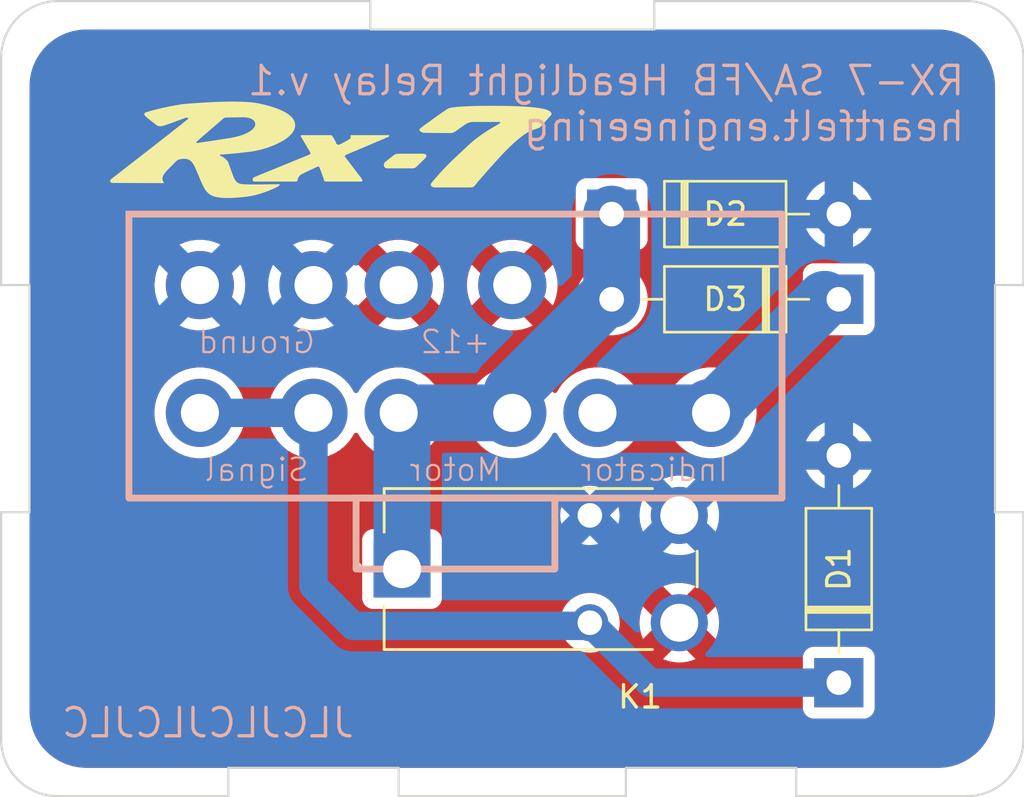
<source format=kicad_pcb>
(kicad_pcb (version 20221018) (generator pcbnew)
  (layers (0 "F.Cu" signal) (31 "B.Cu" signal) (34 "B.Paste" user) (35 "F.Paste" user) (36 "B.SilkS" user "B.Silkscreen") (37 "F.SilkS" user "F.Silkscreen") (38 "B.Mask" user) (39 "F.Mask" user) (44 "Edge.Cuts" user))
  (net 0 "")
  (net 1 "Indicator")
  (net 2 "Signal")
  (net 3 "+12")
  (net 4 "Ground")
  (net 5 "Output")
  (footprint "Diode_THT:D_DO-41_SOD81_P10.16mm_Horizontal" (layer "F.Cu") (at 131.445 95.885)
    (fp_text reference "D2" (at 5.08 0) (layer "F.SilkS"))
    (fp_text value "1N5819")
    (fp_line (start 1.34 0) (end 2.36 0) (stroke (width 0.12)) (layer "F.SilkS"))
    (fp_line (start 2.36 -1.47) (end 2.36 1.47) (stroke (width 0.12)) (layer "F.SilkS"))
    (fp_line (start 2.36 1.47) (end 7.8 1.47) (stroke (width 0.12)) (layer "F.SilkS"))
    (fp_line (start 3.14 -1.47) (end 3.14 1.47) (stroke (width 0.12)) (layer "F.SilkS"))
    (fp_line (start 3.26 -1.47) (end 3.26 1.47) (stroke (width 0.12)) (layer "F.SilkS"))
    (fp_line (start 3.38 -1.47) (end 3.38 1.47) (stroke (width 0.12)) (layer "F.SilkS"))
    (fp_line (start 7.8 -1.47) (end 2.36 -1.47) (stroke (width 0.12)) (layer "F.SilkS"))
    (fp_line (start 7.8 1.47) (end 7.8 -1.47) (stroke (width 0.12)) (layer "F.SilkS"))
    (fp_line (start 8.82 0) (end 7.8 0) (stroke (width 0.12)) (layer "F.SilkS"))
    (pad "1" thru_hole rect (at 0 0) (size 2.2 2.2) (drill 1.1) (layers "*.Cu" "*.Mask") (net 5 "Output"))
    (pad "2" thru_hole oval (at 10.16 0) (size 2.2 2.2) (drill 1.1) (layers "*.Cu" "*.Mask") (net 4 "Ground"))
  )
  (footprint "Diode_THT:D_DO-41_SOD81_P10.16mm_Horizontal" (layer "F.Cu") (at 141.605 116.84 90)
    (fp_text reference "D1" (at 5.08 0 90) (layer "F.SilkS"))
    (fp_text value "1N5819")
    (fp_line (start 1.34 0) (end 2.36 0) (stroke (width 0.12)) (layer "F.SilkS"))
    (fp_line (start 2.36 -1.47) (end 2.36 1.47) (stroke (width 0.12)) (layer "F.SilkS"))
    (fp_line (start 2.36 1.47) (end 7.8 1.47) (stroke (width 0.12)) (layer "F.SilkS"))
    (fp_line (start 3.14 -1.47) (end 3.14 1.47) (stroke (width 0.12)) (layer "F.SilkS"))
    (fp_line (start 3.26 -1.47) (end 3.26 1.47) (stroke (width 0.12)) (layer "F.SilkS"))
    (fp_line (start 3.38 -1.47) (end 3.38 1.47) (stroke (width 0.12)) (layer "F.SilkS"))
    (fp_line (start 7.8 -1.47) (end 2.36 -1.47) (stroke (width 0.12)) (layer "F.SilkS"))
    (fp_line (start 7.8 1.47) (end 7.8 -1.47) (stroke (width 0.12)) (layer "F.SilkS"))
    (fp_line (start 8.82 0) (end 7.8 0) (stroke (width 0.12)) (layer "F.SilkS"))
    (pad "1" thru_hole rect (at 0 0 90) (size 2.2 2.2) (drill 1.1) (layers "*.Cu" "*.Mask") (net 2 "Signal"))
    (pad "2" thru_hole oval (at 10.16 0 90) (size 2.2 2.2) (drill 1.1) (layers "*.Cu" "*.Mask") (net 4 "Ground"))
  )
  (footprint "Diode_THT:D_DO-41_SOD81_P10.16mm_Horizontal" (layer "F.Cu") (at 141.605 99.695 180)
    (fp_text reference "D3" (at 5.08 0) (layer "F.SilkS"))
    (fp_text value "1N5819")
    (fp_line (start 1.34 0) (end 2.36 0) (stroke (width 0.12)) (layer "F.SilkS"))
    (fp_line (start 2.36 -1.47) (end 2.36 1.47) (stroke (width 0.12)) (layer "F.SilkS"))
    (fp_line (start 2.36 1.47) (end 7.8 1.47) (stroke (width 0.12)) (layer "F.SilkS"))
    (fp_line (start 3.14 -1.47) (end 3.14 1.47) (stroke (width 0.12)) (layer "F.SilkS"))
    (fp_line (start 3.26 -1.47) (end 3.26 1.47) (stroke (width 0.12)) (layer "F.SilkS"))
    (fp_line (start 3.38 -1.47) (end 3.38 1.47) (stroke (width 0.12)) (layer "F.SilkS"))
    (fp_line (start 7.8 -1.47) (end 2.36 -1.47) (stroke (width 0.12)) (layer "F.SilkS"))
    (fp_line (start 7.8 1.47) (end 7.8 -1.47) (stroke (width 0.12)) (layer "F.SilkS"))
    (fp_line (start 8.82 0) (end 7.8 0) (stroke (width 0.12)) (layer "F.SilkS"))
    (pad "1" thru_hole rect (at 0 0 180) (size 2.2 2.2) (drill 1.1) (layers "*.Cu" "*.Mask") (net 1 "Indicator"))
    (pad "2" thru_hole oval (at 10.16 0 180) (size 2.2 2.2) (drill 1.1) (layers "*.Cu" "*.Mask") (net 5 "Output"))
  )
  (footprint "Heartfelt_Engineering_RX7_headlight_relay:RELAY_G8N-1L-DC12" (layer "F.Cu") (at 128.27 111.76 180)
    (fp_text reference "K1" (at -4.445 -5.715 180) (layer "F.SilkS"))
    (fp_text value "G8N-1L-DC12")
    (fp_line (start -7 -0.8) (end -7 0.8) (stroke (width 0.127)) (layer "F.SilkS"))
    (fp_line (start -5 -3.6) (end 7 -3.6) (stroke (width 0.127)) (layer "F.SilkS"))
    (fp_line (start 7 -3.6) (end 7 -1.65) (stroke (width 0.127)) (layer "F.SilkS"))
    (fp_line (start 7 1.65) (end 7 3.6) (stroke (width 0.127)) (layer "F.SilkS"))
    (fp_line (start 7 3.6) (end -5 3.6) (stroke (width 0.127)) (layer "F.SilkS"))
    (fp_circle (center 8.2 0.1) (end 8.3 0.1) (stroke (width 0.2)) (fill none) (layer "F.SilkS"))
    (pad "1" thru_hole rect (at 6.2 0 180) (size 2.55 2.55) (drill 1.7) (layers "*.Cu" "*.Mask") (net 5 "Output"))
    (pad "2" thru_hole circle (at -2.2 -2.4 180) (size 1.65 1.65) (drill 1.1) (layers "*.Cu" "*.Mask") (net 2 "Signal"))
    (pad "3" thru_hole circle (at -6.2 -2.4 180) (size 2.55 2.55) (drill 1.7) (layers "*.Cu" "*.Mask") (net 3 "+12"))
    (pad "4" thru_hole circle (at -6.2 2.4 180) (size 2.55 2.55) (drill 1.7) (layers "*.Cu" "*.Mask") (net 4 "Ground"))
    (pad "5" thru_hole circle (at -2.2 2.4 180) (size 1.65 1.65) (drill 1.1) (layers "*.Cu" "*.Mask") (net 4 "Ground"))
  )
  (footprint "Heartfelt_Engineering_RX7_headlight_relay:Molex_197054001" (layer "B.Cu") (at 124.46 99.06 180)
    (fp_text reference "+12" (at 0 -2.54 unlocked) (layer "B.SilkS") (effects (font (thickness 0.1)) (justify mirror)))
    (fp_text value "+12")
    (pad "1" thru_hole circle (at -2.54 0 180) (size 3.048 3.048) (drill 1.7018) (layers "*.Cu" "*.Mask") (net 3 "+12"))
    (pad "1" thru_hole circle (at 2.54 0 180) (size 3.048 3.048) (drill 1.7018) (layers "*.Cu" "*.Mask") (net 3 "+12"))
  )
  (footprint "Heartfelt_Engineering_RX7_headlight_relay:Molex_197054001" (layer "B.Cu") (at 133.35 104.775 180)
    (fp_text reference "Indicator" (at 0 -2.54 unlocked) (layer "B.SilkS") (effects (font (thickness 0.1)) (justify mirror)))
    (fp_text value "Ind")
    (pad "1" thru_hole circle (at -2.54 0 180) (size 3.048 3.048) (drill 1.7018) (layers "*.Cu" "*.Mask") (net 1 "Indicator"))
    (pad "1" thru_hole circle (at 2.54 0 180) (size 3.048 3.048) (drill 1.7018) (layers "*.Cu" "*.Mask") (net 1 "Indicator"))
  )
  (footprint "Heartfelt_Engineering_RX7_headlight_relay:Molex_197054001" (layer "B.Cu") (at 115.57 99.06 180)
    (fp_text reference "Ground" (at 0 -2.54 unlocked) (layer "B.SilkS") (effects (font (thickness 0.1)) (justify mirror)))
    (fp_text value "Ground")
    (pad "1" thru_hole circle (at -2.54 0 180) (size 3.048 3.048) (drill 1.7018) (layers "*.Cu" "*.Mask") (net 4 "Ground"))
    (pad "1" thru_hole circle (at 2.54 0 180) (size 3.048 3.048) (drill 1.7018) (layers "*.Cu" "*.Mask") (net 4 "Ground"))
  )
  (footprint "Heartfelt_Engineering_RX7_headlight_relay:Molex_197054001" (layer "B.Cu") (at 115.57 104.775 180)
    (fp_text reference "Signal" (at 0 -2.54 unlocked) (layer "B.SilkS") (effects (font (thickness 0.1)) (justify mirror)))
    (fp_text value "Signal")
    (pad "1" thru_hole circle (at -2.54 0 180) (size 3.048 3.048) (drill 1.7018) (layers "*.Cu" "*.Mask") (net 2 "Signal"))
    (pad "1" thru_hole circle (at 2.54 0 180) (size 3.048 3.048) (drill 1.7018) (layers "*.Cu" "*.Mask") (net 2 "Signal"))
  )
  (footprint "Heartfelt_Engineering_RX7_headlight_relay:Molex_197054001" (layer "B.Cu") (at 124.46 104.775 180)
    (fp_text reference "Motor" (at 0 -2.54 unlocked) (layer "B.SilkS") (effects (font (thickness 0.1)) (justify mirror)))
    (fp_text value "Motor")
    (pad "1" thru_hole circle (at -2.54 0 180) (size 3.048 3.048) (drill 1.7018) (layers "*.Cu" "*.Mask") (net 5 "Output"))
    (pad "1" thru_hole circle (at 2.54 0 180) (size 3.048 3.048) (drill 1.7018) (layers "*.Cu" "*.Mask") (net 5 "Output"))
  )
  (gr_rect (start 120.015 108.585) (end 128.905 111.76) (stroke (width 0.3048)) (fill none) (layer "B.SilkS"))
  (gr_rect (start 109.855 95.885) (end 139.065 108.585) (stroke (width 0.3048)) (fill none) (layer "B.SilkS"))
  (gr_poly (pts (xy 114.949827 90.861255) (xy 115.157423 90.872952) (xy 115.353434 90.890191) (xy 115.535235 90.913546) (xy 115.700202 90.943594) (xy 115.852959 90.978154) (xy 115.999685 91.014667) (xy 116.140087 91.053141) (xy 116.273868 91.093579) (xy 116.400735 91.13599) (xy 116.520394 91.180379) (xy 116.632549 91.226753) (xy 116.736906 91.275117) (xy 116.83317 91.325477) (xy 116.878176 91.351409) (xy 116.921048 91.377841) (xy 116.961749 91.404776) (xy 117.000243 91.432214) (xy 117.036493 91.460156) (xy 117.070463 91.488602) (xy 117.102114 91.517554) (xy 117.131411 91.547012) (xy 117.158317 91.576977) (xy 117.182795 91.60745) (xy 117.204807 91.638431) (xy 117.224318 91.669922) (xy 117.241291 91.701922) (xy 117.255687 91.734433) (xy 117.267516 91.767095) (xy 117.276809 91.799535) (xy 117.283645 91.831738) (xy 117.2881 91.863691) (xy 117.290252 91.895377) (xy 117.290177 91.926781) (xy 117.287954 91.957889) (xy 117.283659 91.988685) (xy 117.27737 92.019155) (xy 117.269163 92.049282) (xy 117.259116 92.079053) (xy 117.247307 92.108452) (xy 117.233812 92.137464) (xy 117.218708 92.166074) (xy 117.202074 92.194267) (xy 117.183986 92.222027) (xy 117.16452 92.24934) (xy 117.143756 92.276191) (xy 117.098638 92.328446) (xy 117.049248 92.37867) (xy 116.996206 92.426744) (xy 116.940128 92.472547) (xy 116.881632 92.515958) (xy 116.821336 92.556857) (xy 116.759858 92.595123) (xy 116.629218 92.668411) (xy 116.479115 92.743281) (xy 116.311221 92.817444) (xy 116.127207 92.888612) (xy 116.029677 92.922357) (xy 115.928744 92.954496) (xy 115.824616 92.984742) (xy 115.717504 93.012809) (xy 115.607614 93.038411) (xy 115.495157 93.061262) (xy 115.380341 93.081075) (xy 115.263375 93.097566) (xy 115.028909 93.125573) (xy 114.801661 93.15052) (xy 114.58803 93.172199) (xy 114.394417 93.190402) (xy 114.092842 93.21555) (xy 113.997679 93.222079) (xy 113.948132 93.224302) (xy 113.942332 93.224443) (xy 113.937221 93.224857) (xy 113.932776 93.225531) (xy 113.928974 93.22645) (xy 113.925792 93.227601) (xy 113.923208 93.228971) (xy 113.921197 93.230545) (xy 113.919738 93.23231) (xy 113.918808 93.234252) (xy 113.918384 93.236357) (xy 113.918443 93.238612) (xy 113.918961 93.241003) (xy 113.919917 93.243516) (xy 113.921287 93.246138) (xy 113.923049 93.248855) (xy 113.925179 93.251653) (xy 113.930454 93.257437) (xy 113.936928 93.263382) (xy 113.94442 93.269377) (xy 113.952745 93.275313) (xy 113.961722 93.281079) (xy 113.971167 93.286567) (xy 113.980897 93.291667) (xy 113.99073 93.296268) (xy 114.017152 93.309306) (xy 114.034769 93.319082) (xy 114.054721 93.330921) (xy 114.076557 93.34474) (xy 114.099825 93.36046) (xy 114.124074 93.377998) (xy 114.148851 93.397273) (xy 114.173706 93.418204) (xy 114.198187 93.440709) (xy 114.221842 93.464707) (xy 114.244221 93.490117) (xy 114.25479 93.503326) (xy 114.264871 93.516857) (xy 114.274406 93.5307) (xy 114.28334 93.544845) (xy 114.291617 93.559283) (xy 114.299179 93.574001) (xy 114.30597 93.588992) (xy 114.311934 93.604243) (xy 114.436949 93.957925) (xy 114.472714 94.055818) (xy 114.506973 94.145903) (xy 114.538068 94.222383) (xy 114.551913 94.25371) (xy 114.564346 94.27946) (xy 114.58814 94.324934) (xy 114.600762 94.347392) (xy 114.614257 94.36946) (xy 114.62892 94.390985) (xy 114.645043 94.411815) (xy 114.662921 94.431797) (xy 114.682846 94.450778) (xy 114.705112 94.468606) (xy 114.717215 94.477039) (xy 114.730013 94.485127) (xy 114.743542 94.492851) (xy 114.757841 94.50019) (xy 114.772945 94.507127) (xy 114.78889 94.513641) (xy 114.805714 94.519715) (xy 114.823454 94.525328) (xy 114.842146 94.530462) (xy 114.861826 94.535098) (xy 114.882531 94.539217) (xy 114.904299 94.542799) (xy 114.927165 94.545825) (xy 114.951167 94.548277) (xy 115.092795 94.554886) (xy 115.303687 94.557988) (xy 115.828029 94.556909) (xy 116.550308 94.548277) (xy 116.560444 94.548369) (xy 116.569831 94.548708) (xy 116.578339 94.549384) (xy 116.585841 94.550489) (xy 116.589173 94.55123) (xy 116.592206 94.552112) (xy 116.594922 94.553147) (xy 116.597305 94.554346) (xy 116.59934 94.555721) (xy 116.60101 94.557282) (xy 116.602299 94.559041) (xy 116.603192 94.56101) (xy 116.603671 94.5632) (xy 116.60372 94.565622) (xy 116.603325 94.568287) (xy 116.602468 94.571208) (xy 116.601133 94.574396) (xy 116.599304 94.577861) (xy 116.596965 94.581615) (xy 116.594101 94.58567) (xy 116.590694 94.590037) (xy 116.586728 94.594727) (xy 116.582189 94.599752) (xy 116.577058 94.605124) (xy 116.571321 94.610852) (xy 116.564961 94.61695) (xy 116.550308 94.630298) (xy 116.527187 94.647123) (xy 116.490533 94.668852) (xy 116.381173 94.724225) (xy 116.231332 94.790809) (xy 116.050113 94.862999) (xy 115.84662 94.935189) (xy 115.739365 94.969532) (xy 115.629955 95.001773) (xy 115.519528 95.031211) (xy 115.409222 95.057145) (xy 115.300175 95.078875) (xy 115.193525 95.0957) (xy 114.987061 95.121186) (xy 114.788547 95.140985) (xy 114.598863 95.154943) (xy 114.418891 95.162904) (xy 114.24951 95.164714) (xy 114.169067 95.163263) (xy 114.091601 95.160217) (xy 114.017224 95.155555) (xy 113.946045 95.149258) (xy 113.878175 95.141308) (xy 113.813723 95.131683) (xy 113.752993 95.119951) (xy 113.696075 95.105687) (xy 113.642755 95.088893) (xy 113.617378 95.079547) (xy 113.59282 95.069568) (xy 113.569056 95.058956) (xy 113.546057 95.047711) (xy 113.523799 95.035833) (xy 113.502253 95.023322) (xy 113.481394 95.010178) (xy 113.461195 94.996401) (xy 113.422668 94.966947) (xy 113.386462 94.93496) (xy 113.352361 94.900439) (xy 113.320153 94.863384) (xy 113.289624 94.823795) (xy 113.260563 94.781671) (xy 113.232755 94.737012) (xy 113.205987 94.689818) (xy 113.180046 94.640087) (xy 113.125435 94.525333) (xy 113.06587 94.391181) (xy 112.943111 94.101396) (xy 112.834244 93.844155) (xy 112.792042 93.750682) (xy 112.775228 93.716749) (xy 112.76174 93.692879) (xy 112.736367 93.652248) (xy 112.70595 93.606447) (xy 112.688319 93.582676) (xy 112.668792 93.558892) (xy 112.647155 93.535523) (xy 112.623197 93.512996) (xy 112.596706 93.491736) (xy 112.582444 93.481715) (xy 112.56747 93.472172) (xy 112.551756 93.463158) (xy 112.535276 93.454729) (xy 112.518004 93.446936) (xy 112.499913 93.439834) (xy 112.480977 93.433476) (xy 112.46117 93.427915) (xy 112.440464 93.423204) (xy 112.418833 93.419397) (xy 112.39625 93.416547) (xy 112.37269 93.414707) (xy 112.348126 93.413932) (xy 112.322531 93.414273) (xy 112.273189 93.416529) (xy 112.229247 93.419631) (xy 112.190115 93.423738) (xy 112.172168 93.426217) (xy 112.155203 93.429007) (xy 112.139144 93.432127) (xy 112.123919 93.435597) (xy 112.109454 93.439437) (xy 112.095675 93.443667) (xy 112.082508 93.448305) (xy 112.069879 93.453373) (xy 112.057715 93.45889) (xy 112.045942 93.464875) (xy 112.034486 93.471348) (xy 112.023273 93.47833) (xy 112.01223 93.485839) (xy 112.001282 93.493896) (xy 111.979378 93.511732) (xy 111.956972 93.531996) (xy 111.933473 93.554846) (xy 111.90829 93.58044) (xy 111.850514 93.640492) (xy 111.782708 93.709168) (xy 111.709549 93.781713) (xy 111.634741 93.856739) (xy 111.561986 93.932856) (xy 111.527535 93.97089) (xy 111.494986 94.008676) (xy 111.4648 94.04604) (xy 111.437442 94.082809) (xy 111.413373 94.118809) (xy 111.393057 94.153866) (xy 111.384451 94.170987) (xy 111.376956 94.187807) (xy 111.370631 94.204305) (xy 111.365533 94.220458) (xy 111.362396 94.23331) (xy 111.360009 94.2466) (xy 111.358339 94.260235) (xy 111.357356 94.274119) (xy 111.357026 94.288158) (xy 111.35732 94.302258) (xy 111.358203 94.316323) (xy 111.359646 94.33026) (xy 111.361616 94.343974) (xy 111.364081 94.35737) (xy 111.36701 94.370353) (xy 111.37037 94.38283) (xy 111.37413 94.394705) (xy 111.378259 94.405884) (xy 111.382724 94.416272) (xy 111.387494 94.425775) (xy 111.392569 94.434595) (xy 111.397811 94.44298) (xy 111.407821 94.458339) (xy 111.412103 94.465263) (xy 111.41558 94.471647) (xy 111.41694 94.474628) (xy 111.418008 94.477466) (xy 111.418753 94.480155) (xy 111.419144 94.482693) (xy 111.419152 94.485078) (xy 111.418746 94.487304) (xy 111.417895 94.48937) (xy 111.416569 94.491272) (xy 111.414738 94.493007) (xy 111.412372 94.494571) (xy 111.40944 94.495962) (xy 111.405911 94.497175) (xy 111.401756 94.498209) (xy 111.396943 94.499058) (xy 111.391443 94.499722) (xy 111.385225 94.500195) (xy 111.378259 94.500475) (xy 111.370515 94.500558) (xy 111.352568 94.500123) (xy 109.132714 94.491392) (xy 109.118886 94.491036) (xy 109.106057 94.489995) (xy 109.094204 94.488303) (xy 109.083303 94.485998) (xy 109.073329 94.483114) (xy 109.064256 94.479689) (xy 109.056062 94.475758) (xy 109.048722 94.471358) (xy 109.04221 94.466524) (xy 109.036503 94.461293) (xy 109.031576 94.455702) (xy 109.027405 94.449785) (xy 109.023964 94.443579) (xy 109.021231 94.437121) (xy 109.01918 94.430447) (xy 109.017786 94.423592) (xy 109.017026 94.416593) (xy 109.016874 94.409486) (xy 109.017307 94.402307) (xy 109.0183 94.395092) (xy 109.019829 94.387878) (xy 109.021868 94.3807) (xy 109.024394 94.373595) (xy 109.027381 94.366599) (xy 109.030807 94.359748) (xy 109.034645 94.353078) (xy 109.038872 94.346625) (xy 109.043464 94.340425) (xy 109.048395 94.334515) (xy 109.053641 94.32893) (xy 109.059178 94.323708) (xy 109.064981 94.318883) (xy 110.765094 92.995074) (xy 111.166571 92.681237) (xy 112.865314 92.681237) (xy 112.865324 92.68356) (xy 112.865623 92.685843) (xy 112.866245 92.688065) (xy 112.867225 92.690203) (xy 112.868598 92.692233) (xy 112.870399 92.694133) (xy 112.872663 92.69588) (xy 112.875425 92.697451) (xy 112.878719 92.698823) (xy 112.88258 92.699973) (xy 112.887044 92.700879) (xy 112.892144 92.701518) (xy 112.897917 92.701866) (xy 112.904397 92.701901) (xy 112.911619 92.7016) (xy 112.919617 92.70094) (xy 112.928427 92.699898) (xy 113.447672 92.624955) (xy 113.887699 92.558437) (xy 114.360617 92.483733) (xy 114.434529 92.471074) (xy 114.505157 92.457737) (xy 114.572576 92.443772) (xy 114.63686 92.429229) (xy 114.698084 92.414159) (xy 114.756323 92.398613) (xy 114.811653 92.38264) (xy 114.864148 92.366291) (xy 114.913883 92.349617) (xy 114.960932 92.332667) (xy 115.005372 92.315493) (xy 115.047277 92.298145) (xy 115.086722 92.280672) (xy 115.123781 92.263125) (xy 115.158531 92.245556) (xy 115.191045 92.228013) (xy 115.221398 92.210548) (xy 115.249666 92.193211) (xy 115.275924 92.176053) (xy 115.300247 92.159123) (xy 115.322708 92.142471) (xy 115.343385 92.12615) (xy 115.36235 92.110208) (xy 115.37968 92.094697) (xy 115.409732 92.065165) (xy 115.434141 92.03796) (xy 115.453506 92.013483) (xy 115.468427 91.992137) (xy 115.468428 91.992137) (xy 115.473268 91.984391) (xy 115.477768 91.976395) (xy 115.485737 91.959721) (xy 115.492324 91.94226) (xy 115.497515 91.924152) (xy 115.501299 91.90554) (xy 115.503662 91.886567) (xy 115.504593 91.867374) (xy 115.50408 91.848105) (xy 115.502109 91.8289) (xy 115.498668 91.809903) (xy 115.493746 91.791255) (xy 115.487328 91.7731) (xy 115.483556 91.764251) (xy 115.479404 91.755578) (xy 115.474873 91.747099) (xy 115.469961 91.738832) (xy 115.464666 91.730795) (xy 115.458986 91.723006) (xy 115.45292 91.715481) (xy 115.446467 91.708239) (xy 115.434069 91.695781) (xy 115.419733 91.682925) (xy 115.403371 91.669838) (xy 115.384894 91.656687) (xy 115.364212 91.643638) (xy 115.341236 91.630858) (xy 115.315878 91.618514) (xy 115.288048 91.606772) (xy 115.257656 91.595799) (xy 115.224615 91.585761) (xy 115.188834 91.576826) (xy 115.150225 91.56916) (xy 115.108698 91.562929) (xy 115.064164 91.5583) (xy 115.016534 91.555441) (xy 114.965719 91.554517) (xy 114.209804 91.566158) (xy 114.192159 91.56662) (xy 114.183902 91.567202) (xy 114.175986 91.56802) (xy 114.168383 91.569078) (xy 114.161064 91.570377) (xy 114.154003 91.571921) (xy 114.147172 91.573711) (xy 114.140544 91.575751) (xy 114.13409 91.578042) (xy 114.127783 91.580588) (xy 114.121596 91.58339) (xy 114.109469 91.589774) (xy 114.097489 91.597214) (xy 114.085434 91.60573) (xy 114.073084 91.615341) (xy 114.060218 91.626068) (xy 114.046615 91.637931) (xy 113.980411 91.697127) (xy 113.413541 92.185846) (xy 113.061546 92.491162) (xy 112.938035 92.600057) (xy 112.87604 92.6573) (xy 112.874254 92.659673) (xy 112.87244 92.662365) (xy 112.870384 92.665816) (xy 112.868366 92.669844) (xy 112.866664 92.674266) (xy 112.865557 92.678899) (xy 112.865314 92.681237) (xy 111.166571 92.681237) (xy 111.943577 92.073848) (xy 112.499537 91.631775) (xy 112.503374 91.626956) (xy 112.506328 91.622368) (xy 112.508438 91.618012) (xy 112.50974 91.613884) (xy 112.510273 91.609982) (xy 112.510076 91.606306) (xy 112.509185 91.602852) (xy 112.50764 91.59962) (xy 112.505477 91.596607) (xy 112.502736 91.593812) (xy 112.499453 91.591232) (xy 112.495668 91.588866) (xy 112.491417 91.586712) (xy 112.486739 91.584768) (xy 112.476254 91.581504) (xy 112.464516 91.579058) (xy 112.451829 91.577417) (xy 112.438498 91.576564) (xy 112.424825 91.576485) (xy 112.411116 91.577167) (xy 112.397672 91.578593) (xy 112.3848 91.580749) (xy 112.372802 91.583621) (xy 111.905448 91.757518) (xy 111.734016 91.820154) (xy 111.571548 91.877259) (xy 111.433445 91.922234) (xy 111.378342 91.938111) (xy 111.335106 91.948481) (xy 111.322462 91.95082) (xy 111.310127 91.952737) (xy 111.298102 91.95425) (xy 111.286385 91.955376) (xy 111.274978 91.956133) (xy 111.263878 91.956538) (xy 111.253086 91.956608) (xy 111.242601 91.956361) (xy 111.232423 91.955814) (xy 111.222552 91.954984) (xy 111.212987 91.953889) (xy 111.203728 91.952546) (xy 111.194774 91.950973) (xy 111.186125 91.949186) (xy 111.177781 91.947203) (xy 111.169741 91.945042) (xy 111.154573 91.940253) (xy 111.140617 91.934957) (xy 111.12787 91.929295) (xy 111.116329 91.923404) (xy 111.105991 91.917423) (xy 111.096853 91.91149) (xy 111.088912 91.905745) (xy 111.082164 91.900327) (xy 110.842915 91.712969) (xy 110.684421 91.586783) (xy 110.625691 91.537952) (xy 110.605234 91.5199) (xy 110.592156 91.507156) (xy 110.5834 91.497187) (xy 110.575261 91.48696) (xy 110.567851 91.476525) (xy 110.561278 91.465935) (xy 110.55834 91.460598) (xy 110.555653 91.455241) (xy 110.553229 91.449871) (xy 110.551084 91.444495) (xy 110.54923 91.439118) (xy 110.547682 91.433748) (xy 110.546453 91.42839) (xy 110.545556 91.423052) (xy 110.545006 91.417739) (xy 110.544816 91.412458) (xy 110.545001 91.407216) (xy 110.545572 91.402018) (xy 110.546545 91.396872) (xy 110.547933 91.391783) (xy 110.54975 91.386759) (xy 110.55201 91.381806) (xy 110.554725 91.376929) (xy 110.55791 91.372137) (xy 110.561579 91.367434) (xy 110.565746 91.362828) (xy 110.570423 91.358324) (xy 110.575625 91.35393) (xy 110.581366 91.349652) (xy 110.587658 91.345496) (xy 110.661735 91.317668) (xy 110.819363 91.271053) (xy 111.042519 91.211844) (xy 111.313179 91.146232) (xy 111.613319 91.080409) (xy 111.924916 91.020567) (xy 112.229946 90.972898) (xy 112.374366 90.955563) (xy 112.510386 90.943594) (xy 113.186941 90.89809) (xy 113.607937 90.875203) (xy 114.056081 90.858365) (xy 114.510377 90.852181)) (fill solid) (layer "F.SilkS"))
  (gr_poly (pts (xy 123.003186 93.184906) (xy 123.019225 93.18577) (xy 123.034414 93.187188) (xy 123.048753 93.189143) (xy 123.062242 93.191617) (xy 123.07488 93.194594) (xy 123.086667 93.198056) (xy 123.097604 93.201986) (xy 123.107689 93.206366) (xy 123.116923 93.21118) (xy 123.125306 93.216408) (xy 123.132836 93.222036) (xy 123.139515 93.228044) (xy 123.145342 93.234416) (xy 123.150317 93.241134) (xy 123.154439 93.248181) (xy 123.157709 93.255539) (xy 123.160125 93.263192) (xy 123.161689 93.271122) (xy 123.162399 93.279312) (xy 123.162256 93.287743) (xy 123.16126 93.2964) (xy 123.159409 93.305264) (xy 123.156705 93.314318) (xy 123.153146 93.323546) (xy 123.148733 93.332928) (xy 123.143465 93.342449) (xy 123.137343 93.352091) (xy 123.130365 93.361836) (xy 123.122533 93.371667) (xy 123.113845 93.381567) (xy 123.104301 93.391519) (xy 122.750288 93.735742) (xy 122.733304 93.752397) (xy 122.717412 93.767211) (xy 122.702373 93.78029) (xy 122.687946 93.791738) (xy 122.680888 93.796885) (xy 122.673892 93.801663) (xy 122.666929 93.806087) (xy 122.659969 93.81017) (xy 122.652982 93.813924) (xy 122.645938 93.817364) (xy 122.638806 93.820502) (xy 122.631557 93.823352) (xy 122.624161 93.825926) (xy 122.616588 93.828239) (xy 122.608807 93.830303) (xy 122.600789 93.832131) (xy 122.58392 93.835134) (xy 122.565742 93.837354) (xy 122.546013 93.838896) (xy 122.524494 93.839867) (xy 122.500943 93.840372) (xy 122.475122 93.840517) (xy 121.41335 93.840517) (xy 121.397778 93.839969) (xy 121.383013 93.838361) (xy 121.369055 93.835745) (xy 121.355902 93.832175) (xy 121.343555 93.827702) (xy 121.332015 93.82238) (xy 121.321281 93.816262) (xy 121.311353 93.809399) (xy 121.302231 93.801846) (xy 121.293915 93.793654) (xy 121.286405 93.784877) (xy 121.279702 93.775567) (xy 121.273805 93.765777) (xy 121.268713 93.75556) (xy 121.264428 93.744968) (xy 121.26095 93.734055) (xy 121.258277 93.722873) (xy 121.25641 93.711474) (xy 121.25535 93.699912) (xy 121.255096 93.688239) (xy 121.255647 93.676508) (xy 121.257006 93.664773) (xy 121.25917 93.653084) (xy 121.26214 93.641496) (xy 121.265917 93.630061) (xy 121.270499 93.618832) (xy 121.275888 93.607862) (xy 121.282083 93.597203) (xy 121.289084 93.586908) (xy 121.296891 93.57703) (xy 121.305505 93.567621) (xy 121.314924 93.558735) (xy 121.357009 93.522662) (xy 121.403555 93.484065) (xy 121.503274 93.403888) (xy 121.681901 93.263725) (xy 121.69877 93.250977) (xy 121.715099 93.239663) (xy 121.73112 93.2297) (xy 121.747063 93.221003) (xy 121.763158 93.213487) (xy 121.779635 93.207068) (xy 121.796724 93.201661) (xy 121.814656 93.197182) (xy 121.833661 93.193547) (xy 121.853969 93.19067) (xy 121.87581 93.188468) (xy 121.899414 93.186855) (xy 121.925012 93.185748) (xy 121.952834 93.185062) (xy 122.01607 93.184615) (xy 122.986297 93.184615)) (fill solid) (layer "F.SilkS"))
  (gr_poly (pts (xy 118.903605 92.353763) (xy 118.911002 92.356677) (xy 118.918785 92.36139) (xy 118.92692 92.367781) (xy 118.935367 92.375733) (xy 118.944089 92.385126) (xy 118.962213 92.407761) (xy 118.980992 92.434735) (xy 119.00013 92.465097) (xy 119.019327 92.497898) (xy 119.038285 92.532185) (xy 119.074295 92.601419) (xy 119.105775 92.665192) (xy 119.13034 92.7159) (xy 119.145607 92.745936) (xy 119.148177 92.750093) (xy 119.150975 92.753983) (xy 119.153997 92.757608) (xy 119.157238 92.760968) (xy 119.160696 92.764064) (xy 119.164367 92.766899) (xy 119.168248 92.769472) (xy 119.172333 92.771786) (xy 119.176621 92.773841) (xy 119.181107 92.775639) (xy 119.185788 92.777181) (xy 119.19066 92.778468) (xy 119.195719 92.779502) (xy 119.200961 92.780283) (xy 119.206384 92.780812) (xy 119.211984 92.781092) (xy 119.217756 92.781123) (xy 119.223698 92.780906) (xy 119.229805 92.780443) (xy 119.236074 92.779734) (xy 119.242501 92.778782) (xy 119.249084 92.777587) (xy 119.255817 92.77615) (xy 119.262697 92.774473) (xy 119.269722 92.772557) (xy 119.276886 92.770403) (xy 119.291621 92.765386) (xy 119.306873 92.759432) (xy 119.322613 92.75255) (xy 119.364032 92.732228) (xy 119.420501 92.702734) (xy 119.486184 92.667225) (xy 119.555248 92.628857) (xy 119.621856 92.590787) (xy 119.680172 92.556171) (xy 119.724363 92.528166) (xy 119.739337 92.517628) (xy 119.748592 92.509927) (xy 119.751529 92.506758) (xy 119.754195 92.503409) (xy 119.756602 92.499896) (xy 119.758762 92.496232) (xy 119.760687 92.49243) (xy 119.762387 92.488504) (xy 119.763875 92.484468) (xy 119.765162 92.480335) (xy 119.767181 92.471835) (xy 119.768536 92.463111) (xy 119.76932 92.454275) (xy 119.769627 92.445435) (xy 119.769549 92.4367) (xy 119.76918 92.42818) (xy 119.76794 92.412222) (xy 119.76665 92.398433) (xy 119.766219 92.392626) (xy 119.766055 92.38769) (xy 119.766112 92.385494) (xy 119.766284 92.383373) (xy 119.766571 92.381326) (xy 119.766973 92.379352) (xy 119.76749 92.377452) (xy 119.768122 92.375624) (xy 119.768868 92.373869) (xy 119.76973 92.372187) (xy 119.770707 92.370576) (xy 119.771799 92.369038) (xy 119.773006 92.367571) (xy 119.774329 92.366175) (xy 119.775766 92.36485) (xy 119.77732 92.363595) (xy 119.778988 92.362411) (xy 119.780772 92.361298) (xy 119.782672 92.360253) (xy 119.784687 92.359279) (xy 119.786817 92.358373) (xy 119.789064 92.357537) (xy 119.791426 92.356768) (xy 119.793903 92.356069) (xy 119.796497 92.355437) (xy 119.799206 92.354873) (xy 119.802032 92.354377) (xy 119.804973 92.353947) (xy 119.80803 92.353585) (xy 119.811203 92.353289) (xy 119.814493 92.353059) (xy 119.817898 92.352895) (xy 119.825058 92.352765) (xy 121.446159 92.352765) (xy 121.451759 92.352897) (xy 121.457094 92.353288) (xy 121.462154 92.353929) (xy 121.46693 92.354808) (xy 121.471411 92.355918) (xy 121.475588 92.357249) (xy 121.479453 92.35879) (xy 121.482994 92.360533) (xy 121.486202 92.362467) (xy 121.489069 92.364584) (xy 121.491584 92.366874) (xy 121.493737 92.369326) (xy 121.49552 92.371933) (xy 121.496922 92.374684) (xy 121.497934 92.377569) (xy 121.498546 92.380579) (xy 121.498749 92.383705) (xy 121.498534 92.386936) (xy 121.497889 92.390265) (xy 121.496807 92.39368) (xy 121.495277 92.397172) (xy 121.49329 92.400732) (xy 121.490836 92.40435) (xy 121.487905 92.408017) (xy 121.484489 92.411723) (xy 121.480577 92.415459) (xy 121.476159 92.419215) (xy 121.471227 92.422981) (xy 121.465771 92.426748) (xy 121.45978 92.430507) (xy 121.453246 92.434248) (xy 121.446159 92.437961) (xy 119.562855 93.237531) (xy 119.547388 93.24703) (xy 119.540428 93.251632) (xy 119.534069 93.256222) (xy 119.528376 93.260862) (xy 119.525798 93.263222) (xy 119.523411 93.265618) (xy 119.521222 93.268059) (xy 119.519239 93.270553) (xy 119.517471 93.273107) (xy 119.515925 93.27573) (xy 119.514609 93.27843) (xy 119.513531 93.281215) (xy 119.512699 93.284093) (xy 119.512122 93.287071) (xy 119.511807 93.290158) (xy 119.511761 93.293361) (xy 119.511995 93.29669) (xy 119.512514 93.300151) (xy 119.513327 93.303752) (xy 119.514443 93.307503) (xy 119.515869 93.31141) (xy 119.517613 93.315482) (xy 119.519683 93.319726) (xy 119.522087 93.324151) (xy 119.524834 93.328765) (xy 119.52793 93.333575) (xy 120.27088 94.303537) (xy 120.275117 94.311414) (xy 120.279467 94.320226) (xy 120.283736 94.329774) (xy 120.287734 94.33986) (xy 120.291269 94.350283) (xy 120.294148 94.360845) (xy 120.296179 94.371347) (xy 120.296818 94.376513) (xy 120.297172 94.381589) (xy 120.297219 94.386551) (xy 120.296934 94.391373) (xy 120.296293 94.39603) (xy 120.295273 94.400498) (xy 120.293849 94.404751) (xy 120.291998 94.408765) (xy 120.289694 94.412516) (xy 120.286915 94.415977) (xy 120.283637 94.419124) (xy 120.279835 94.421932) (xy 120.275486 94.424377) (xy 120.270565 94.426433) (xy 120.265048 94.428075) (xy 120.258912 94.429279) (xy 120.252133 94.43002) (xy 120.244686 94.430273) (xy 118.645544 94.430273) (xy 118.640339 94.430058) (xy 118.635383 94.429428) (xy 118.630671 94.428402) (xy 118.626193 94.427001) (xy 118.621945 94.425245) (xy 118.617917 94.423153) (xy 118.614103 94.420746) (xy 118.610495 94.418044) (xy 118.607087 94.415066) (xy 118.60387 94.411834) (xy 118.600839 94.408366) (xy 118.597984 94.404684) (xy 118.5953 94.400806) (xy 118.592779 94.396753) (xy 118.590413 94.392546) (xy 118.588196 94.388204) (xy 118.586119 94.383747) (xy 118.584177 94.379196) (xy 118.580664 94.369889) (xy 118.5776 94.360444) (xy 118.574925 94.351022) (xy 118.572582 94.341782) (xy 118.570513 94.332887) (xy 118.566963 94.316767) (xy 118.557851 94.287402) (xy 118.539112 94.233898) (xy 118.485042 94.085818) (xy 118.396571 93.84475) (xy 118.39312 93.834924) (xy 118.389325 93.825252) (xy 118.385203 93.815826) (xy 118.380771 93.806737) (xy 118.376043 93.798077) (xy 118.371038 93.789939) (xy 118.365771 93.782414) (xy 118.360257 93.775595) (xy 118.354515 93.769571) (xy 118.351563 93.766887) (xy 118.348559 93.764437) (xy 118.345506 93.762232) (xy 118.342406 93.760283) (xy 118.339261 93.758603) (xy 118.336073 93.757202) (xy 118.332844 93.756092) (xy 118.329575 93.755285) (xy 118.32627 93.754791) (xy 118.32293 93.754624) (xy 118.319557 93.754793) (xy 118.316152 93.755311) (xy 118.312719 93.756188) (xy 118.309259 93.757437) (xy 118.184438 93.813376) (xy 117.953626 93.920189) (xy 117.82879 93.979333) (xy 117.713835 94.035188) (xy 117.620888 94.082416) (xy 117.586458 94.101129) (xy 117.562076 94.115683) (xy 117.543835 94.128139) (xy 117.526803 94.140963) (xy 117.510961 94.154104) (xy 117.49629 94.167509) (xy 117.482771 94.181124) (xy 117.470384 94.194897) (xy 117.459111 94.208776) (xy 117.448934 94.222707) (xy 117.439832 94.236639) (xy 117.431787 94.250517) (xy 117.42478 94.264291) (xy 117.418792 94.277906) (xy 117.413804 94.29131) (xy 117.409796 94.304451) (xy 117.406751 94.317276) (xy 117.404649 94.329731) (xy 117.402946 94.34163) (xy 117.401062 94.352815) (xy 117.398919 94.363278) (xy 117.396442 94.373011) (xy 117.393555 94.382009) (xy 117.39018 94.390263) (xy 117.388286 94.394108) (xy 117.386241 94.397765) (xy 117.384037 94.401232) (xy 117.381663 94.404509) (xy 117.37911 94.407595) (xy 117.376368 94.410487) (xy 117.373429 94.413187) (xy 117.370281 94.415692) (xy 117.366917 94.418003) (xy 117.363325 94.420117) (xy 117.359498 94.422034) (xy 117.355424 94.423753) (xy 117.351095 94.425274) (xy 117.346501 94.426595) (xy 117.341632 94.427715) (xy 117.33648 94.428633) (xy 117.331034 94.429349) (xy 117.325284 94.429862) (xy 117.319223 94.43017) (xy 117.312838 94.430273) (xy 115.460226 94.430273) (xy 115.453698 94.429853) (xy 115.447237 94.42862) (xy 115.440884 94.426616) (xy 115.434682 94.423884) (xy 115.428669 94.420463) (xy 115.422889 94.416397) (xy 115.417381 94.411727) (xy 115.412188 94.406494) (xy 115.407349 94.40074) (xy 115.402907 94.394506) (xy 115.398902 94.387836) (xy 115.395374 94.380769) (xy 115.392367 94.373348) (xy 115.389919 94.365615) (xy 115.388074 94.35761) (xy 115.386871 94.349377) (xy 115.386351 94.340955) (xy 115.386556 94.332388) (xy 115.387527 94.323717) (xy 115.389305 94.314983) (xy 115.391932 94.306228) (xy 115.395447 94.297494) (xy 115.399892 94.288822) (xy 115.405309 94.280254) (xy 115.411737 94.271832) (xy 115.41922 94.263598) (xy 115.427797 94.255592) (xy 115.437509 94.247857) (xy 115.448398 94.240435) (xy 115.460505 94.233367) (xy 115.473871 94.226694) (xy 115.488536 94.220458) (xy 115.488404 94.220591) (xy 115.48827 94.220723) (xy 117.906826 93.230917) (xy 117.91757 93.225994) (xy 117.927622 93.221004) (xy 117.936906 93.215879) (xy 117.945344 93.210552) (xy 117.949222 93.207792) (xy 117.95286 93.204955) (xy 117.956248 93.202034) (xy 117.959377 93.199021) (xy 117.962236 93.195906) (xy 117.964817 93.192682) (xy 117.967109 93.18934) (xy 117.969103 93.185871) (xy 117.970789 93.182268) (xy 117.972158 93.178521) (xy 117.9732 93.174622) (xy 117.973905 93.170564) (xy 117.974264 93.166336) (xy 117.974267 93.161932) (xy 117.973905 93.157342) (xy 117.973167 93.152559) (xy 117.972044 93.147573) (xy 117.970527 93.142376) (xy 117.968606 93.13696) (xy 117.966271 93.131317) (xy 117.963512 93.125437) (xy 117.960321 93.119313) (xy 117.956686 93.112936) (xy 117.9526 93.106298) (xy 117.552815 92.424731) (xy 117.549912 92.419916) (xy 117.547352 92.41529) (xy 117.545133 92.410851) (xy 117.543252 92.406598) (xy 117.541708 92.402527) (xy 117.540498 92.398636) (xy 117.539619 92.394923) (xy 117.539069 92.391386) (xy 117.538846 92.388021) (xy 117.538947 92.384826) (xy 117.539371 92.3818) (xy 117.540113 92.378939) (xy 117.541174 92.376241) (xy 117.542548 92.373704) (xy 117.544236 92.371325) (xy 117.546233 92.369103) (xy 117.548539 92.367033) (xy 117.551149 92.365115) (xy 117.554063 92.363346) (xy 117.557277 92.361722) (xy 117.56079 92.360243) (xy 117.564598 92.358904) (xy 117.5687 92.357705) (xy 117.573093 92.356642) (xy 117.577774 92.355714) (xy 117.582742 92.354917) (xy 117.587994 92.354249) (xy 117.593528 92.353708) (xy 117.605431 92.352997) (xy 117.618431 92.352765) (xy 118.896634 92.352765)) (fill solid) (layer "F.SilkS"))
  (gr_poly (pts (xy 126.452899 91.043681) (xy 126.824634 91.049531) (xy 127.163018 91.059404) (xy 127.468605 91.073405) (xy 127.741945 91.091635) (xy 127.983591 91.114196) (xy 128.194095 91.141192) (xy 128.374008 91.172723) (xy 128.426152 91.184472) (xy 128.475533 91.197636) (xy 128.521863 91.212129) (xy 128.564852 91.227864) (xy 128.604211 91.244755) (xy 128.639653 91.262718) (xy 128.670888 91.281664) (xy 128.697627 91.301509) (xy 128.709221 91.311741) (xy 128.719583 91.322166) (xy 128.728676 91.332773) (xy 128.736465 91.34355) (xy 128.742913 91.354487) (xy 128.747985 91.365574) (xy 128.751645 91.376799) (xy 128.753856 91.388152) (xy 128.754581 91.399622) (xy 128.753787 91.411198) (xy 128.751435 91.42287) (xy 128.74749 91.434626) (xy 128.741915 91.446457) (xy 128.734676 91.458351) (xy 128.725735 91.470297) (xy 128.715057 91.482285) (xy 128.69559 91.503016) (xy 128.670892 91.53001) (xy 128.608 91.599959) (xy 128.443594 91.78391) (xy 128.407992 91.824708) (xy 128.372991 91.86577) (xy 128.337953 91.905945) (xy 128.320221 91.92534) (xy 128.30224 91.944083) (xy 128.28393 91.962028) (xy 128.265212 91.979033) (xy 128.246005 91.994953) (xy 128.22623 92.009646) (xy 128.205807 92.022966) (xy 128.184657 92.03477) (xy 128.173783 92.040059) (xy 128.162698 92.044915) (xy 128.151391 92.04932) (xy 128.139853 92.053256) (xy 128.044012 92.082923) (xy 127.993383 92.099114) (xy 127.940258 92.117352) (xy 127.884119 92.138491) (xy 127.854758 92.150417) (xy 127.824449 92.163389) (xy 127.793128 92.177515) (xy 127.76073 92.1929) (xy 127.72719 92.209654) (xy 127.692443 92.227881) (xy 127.654491 92.249608) (xy 127.611629 92.276603) (xy 127.564239 92.308591) (xy 127.512701 92.345298) (xy 127.457396 92.386448) (xy 127.398704 92.431766) (xy 127.272683 92.533806) (xy 127.137683 92.649215) (xy 126.996747 92.775792) (xy 126.852922 92.911336) (xy 126.780878 92.981783) (xy 126.709253 93.053646) (xy 126.544471 93.226214) (xy 126.34598 93.441504) (xy 125.912063 93.925282) (xy 125.535892 94.355036) (xy 125.409582 94.502796) (xy 125.345855 94.58082) (xy 125.332799 94.598291) (xy 125.320504 94.613865) (xy 125.314544 94.620974) (xy 125.308654 94.627649) (xy 125.302797 94.633903) (xy 125.296933 94.639748) (xy 125.291021 94.645199) (xy 125.285022 94.650269) (xy 125.278896 94.654971) (xy 125.272605 94.659318) (xy 125.266107 94.663324) (xy 125.259364 94.667001) (xy 125.252336 94.670364) (xy 125.244984 94.673425) (xy 125.237267 94.676197) (xy 125.229146 94.678695) (xy 125.220581 94.680931) (xy 125.211534 94.682918) (xy 125.201963 94.68467) (xy 125.19183 94.6862) (xy 125.181095 94.687521) (xy 125.169718 94.688647) (xy 125.14488 94.690365) (xy 125.117 94.691461) (xy 125.085761 94.692041) (xy 125.050845 94.69221) (xy 123.549864 94.69221) (xy 123.524415 94.691372) (xy 123.499831 94.688875) (xy 123.476359 94.684747) (xy 123.45425 94.679018) (xy 123.443784 94.675562) (xy 123.433753 94.671716) (xy 123.424187 94.667483) (xy 123.415118 94.662868) (xy 123.406577 94.657873) (xy 123.398595 94.652503) (xy 123.391203 94.646761) (xy 123.384433 94.64065) (xy 123.378315 94.634174) (xy 123.372881 94.627336) (xy 123.368163 94.62014) (xy 123.36419 94.61259) (xy 123.360995 94.604689) (xy 123.358609 94.59644) (xy 123.357062 94.587848) (xy 123.356387 94.578915) (xy 123.356614 94.569645) (xy 123.357774 94.560043) (xy 123.359899 94.55011) (xy 123.36302 94.539851) (xy 123.367168 94.52927) (xy 123.372375 94.518369) (xy 123.37867 94.507153) (xy 123.386087 94.495625) (xy 123.407072 94.4669) (xy 123.437534 94.428136) (xy 123.523628 94.32456) (xy 123.637838 94.193034) (xy 123.773634 94.041699) (xy 123.924487 93.878694) (xy 124.083867 93.712157) (xy 124.245243 93.550227) (xy 124.32464 93.473534) (xy 124.402087 93.401044) (xy 124.548669 93.264429) (xy 124.68584 93.134067) (xy 124.94531 92.887852) (xy 125.074287 92.769871) (xy 125.20721 92.65389) (xy 125.276196 92.596317) (xy 125.34742 92.538845) (xy 125.421301 92.481341) (xy 125.498256 92.423673) (xy 125.654084 92.312616) (xy 125.80444 92.211341) (xy 125.945414 92.120924) (xy 126.073096 92.042442) (xy 126.272943 91.925583) (xy 126.372703 91.869371) (xy 126.383023 91.863137) (xy 126.394072 91.856057) (xy 126.405448 91.848305) (xy 126.416752 91.840052) (xy 126.427583 91.83147) (xy 126.437541 91.822732) (xy 126.446225 91.814009) (xy 126.449965 91.809708) (xy 126.453236 91.805474) (xy 126.455988 91.801331) (xy 126.458172 91.797299) (xy 126.459737 91.7934) (xy 126.460633 91.789655) (xy 126.460811 91.786086) (xy 126.46022 91.782715) (xy 126.45881 91.779563) (xy 126.456531 91.776651) (xy 126.453333 91.774002) (xy 126.449166 91.771635) (xy 126.443981 91.769574) (xy 126.437726 91.767839) (xy 126.430352 91.766453) (xy 126.421808 91.765436) (xy 126.412046 91.76481) (xy 126.401014 91.764596) (xy 125.352205 91.764596) (xy 125.27248 91.765306) (xy 125.236824 91.766419) (xy 125.203509 91.768238) (xy 125.172191 91.770915) (xy 125.142525 91.7746) (xy 125.114164 91.779444) (xy 125.086762 91.785598) (xy 125.059974 91.793211) (xy 125.033455 91.802436) (xy 125.006857 91.813423) (xy 124.979837 91.826323) (xy 124.952048 91.841286) (xy 124.923144 91.858463) (xy 124.892779 91.878005) (xy 124.860609 91.900063) (xy 124.631149 92.063079) (xy 124.53981 92.127658) (xy 124.460824 92.181844) (xy 124.427188 92.20406) (xy 124.412349 92.213462) (xy 124.398407 92.221804) (xy 124.385045 92.229145) (xy 124.371945 92.235543) (xy 124.358792 92.241056) (xy 124.345267 92.245741) (xy 124.331053 92.249657) (xy 124.315835 92.252863) (xy 124.299294 92.255416) (xy 124.281113 92.257374) (xy 124.260976 92.258796) (xy 124.238566 92.25974) (xy 124.213565 92.260264) (xy 124.185656 92.260425) (xy 123.143463 92.253811) (xy 123.143724 92.25434) (xy 123.102705 92.25306) (xy 123.063448 92.249323) (xy 123.026338 92.243282) (xy 122.991758 92.235091) (xy 122.960095 92.224903) (xy 122.931732 92.212872) (xy 122.918909 92.206214) (xy 122.907056 92.199151) (xy 122.89622 92.191705) (xy 122.88645 92.183894) (xy 122.877794 92.175738) (xy 122.870299 92.167254) (xy 122.864015 92.158464) (xy 122.858989 92.149385) (xy 122.85527 92.140037) (xy 122.852905 92.130439) (xy 122.851942 92.120611) (xy 122.85243 92.110572) (xy 122.854417 92.10034) (xy 122.857951 92.089935) (xy 122.863079 92.079376) (xy 122.869851 92.068683) (xy 122.878314 92.057874) (xy 122.888516 92.046969) (xy 122.900506 92.035986) (xy 122.914331 92.024946) (xy 123.152994 91.849205) (xy 123.535374 91.572707) (xy 123.734772 91.43123) (xy 123.915274 91.306032) (xy 124.058607 91.210934) (xy 124.110623 91.178992) (xy 124.146495 91.159758) (xy 124.179219 91.14762) (xy 124.223328 91.135849) (xy 124.278844 91.124502) (xy 124.345784 91.113638) (xy 124.424169 91.103314) (xy 124.514017 91.093586) (xy 124.615348 91.084512) (xy 124.728182 91.07615) (xy 124.988434 91.06179) (xy 125.294928 91.050965) (xy 125.647819 91.044133) (xy 126.047262 91.041754)) (fill solid) (layer "F.SilkS"))
  (gr_line (start 114.3 121.92) (end 114.3 120.65) (stroke (width 0.1)) (layer "Edge.Cuts"))
  (gr_line (start 147.32 86.36) (end 133.35 86.36) (stroke (width 0.1)) (layer "Edge.Cuts"))
  (gr_line (start 106.68 121.92) (end 114.3 121.92) (stroke (width 0.1)) (layer "Edge.Cuts"))
  (gr_line (start 133.35 87.63) (end 120.65 87.63) (stroke (width 0.1)) (layer "Edge.Cuts"))
  (gr_arc (start 147.32 86.36) (mid 149.116051 87.103949) (end 149.86 88.9) (stroke (width 0.1)) (layer "Edge.Cuts"))
  (gr_arc (start 149.86 119.38) (mid 149.116051 121.176051) (end 147.32 121.92) (stroke (width 0.1)) (layer "Edge.Cuts"))
  (gr_line (start 132.08 121.92) (end 132.08 120.65) (stroke (width 0.1)) (layer "Edge.Cuts"))
  (gr_line (start 121.92 120.65) (end 121.92 121.92) (stroke (width 0.1)) (layer "Edge.Cuts"))
  (gr_line (start 133.35 86.36) (end 133.35 87.63) (stroke (width 0.1)) (layer "Edge.Cuts"))
  (gr_line (start 105.41 99.06) (end 104.14 99.06) (stroke (width 0.1)) (layer "Edge.Cuts"))
  (gr_line (start 132.08 120.65) (end 139.7 120.65) (stroke (width 0.1)) (layer "Edge.Cuts"))
  (gr_line (start 104.14 109.22) (end 105.41 109.22) (stroke (width 0.1)) (layer "Edge.Cuts"))
  (gr_line (start 139.7 121.92) (end 147.32 121.92) (stroke (width 0.1)) (layer "Edge.Cuts"))
  (gr_line (start 121.92 121.92) (end 132.08 121.92) (stroke (width 0.1)) (layer "Edge.Cuts"))
  (gr_line (start 114.3 120.65) (end 121.92 120.65) (stroke (width 0.1)) (layer "Edge.Cuts"))
  (gr_line (start 104.14 99.06) (end 104.14 88.9) (stroke (width 0.1)) (layer "Edge.Cuts"))
  (gr_line (start 149.86 99.06) (end 148.59 99.06) (stroke (width 0.1)) (layer "Edge.Cuts"))
  (gr_line (start 106.68 86.36) (end 120.65 86.36) (stroke (width 0.1)) (layer "Edge.Cuts"))
  (gr_line (start 139.7 120.65) (end 139.7 121.92) (stroke (width 0.1)) (layer "Edge.Cuts"))
  (gr_arc (start 106.68 121.92) (mid 104.883949 121.176051) (end 104.14 119.38) (stroke (width 0.1)) (layer "Edge.Cuts"))
  (gr_line (start 120.65 87.63) (end 120.65 86.36) (stroke (width 0.1)) (layer "Edge.Cuts"))
  (gr_line (start 148.59 109.22) (end 149.86 109.22) (stroke (width 0.1)) (layer "Edge.Cuts"))
  (gr_line (start 148.59 99.06) (end 148.59 109.22) (stroke (width 0.1)) (layer "Edge.Cuts"))
  (gr_line (start 104.14 119.38) (end 104.14 109.22) (stroke (width 0.1)) (layer "Edge.Cuts"))
  (gr_arc (start 104.14 88.9) (mid 104.883949 87.103949) (end 106.68 86.36) (stroke (width 0.1)) (layer "Edge.Cuts"))
  (gr_line (start 105.41 109.22) (end 105.41 99.06) (stroke (width 0.1)) (layer "Edge.Cuts"))
  (gr_line (start 149.86 88.9) (end 149.86 99.06) (stroke (width 0.1)) (layer "Edge.Cuts"))
  (gr_line (start 149.86 119.38) (end 149.86 109.22) (stroke (width 0.1)) (layer "Edge.Cuts"))
  (gr_text "RX-7 SA/FB Headlight Relay v.1\nheartfelt.engineering" (at 147.32 92.71) (layer "B.SilkS") (effects (font (size 1.27 1.27)) (justify left bottom mirror)))
  (gr_text "JLCJLCJLCJLC\n" (at 120.015 119.38) (layer "B.SilkS") (effects (font (size 1.27 1.27)) (justify left bottom mirror)))
  (segment (start 130.81 104.775) (end 135.89 104.775) (width 2.54) (layer "B.Cu") (net 1))
  (segment (start 135.89 104.775) (end 140.97 99.695) (width 2.54) (layer "B.Cu") (net 1))
  (segment (start 140.97 99.695) (end 141.605 99.695) (width 0.25) (layer "B.Cu") (net 1))
  (segment (start 130.47 114.16) (end 133.15 116.84) (width 1.27) (layer "B.Cu") (net 2))
  (segment (start 119.889868 114.3) (end 130.33 114.3) (width 1.27) (layer "B.Cu") (net 2))
  (segment (start 118.11 112.520132) (end 119.889868 114.3) (width 1.27) (layer "B.Cu") (net 2))
  (segment (start 130.33 114.3) (end 130.47 114.16) (width 1.27) (layer "B.Cu") (net 2))
  (segment (start 118.11 104.775) (end 118.11 112.520132) (width 1.27) (layer "B.Cu") (net 2))
  (segment (start 118.11 104.775) (end 113.03 104.775) (width 1.27) (layer "B.Cu") (net 2))
  (segment (start 133.15 116.84) (end 141.605 116.84) (width 1.27) (layer "B.Cu") (net 2))
  (segment (start 122.07 104.925) (end 121.92 104.775) (width 0.25) (layer "B.Cu") (net 5))
  (segment (start 127 104.775) (end 127 103.8225) (width 2.54) (layer "B.Cu") (net 5))
  (segment (start 122.07 111.125) (end 122.07 104.925) (width 2.54) (layer "B.Cu") (net 5))
  (segment (start 131.1275 99.695) (end 131.445 99.695) (width 2.54) (layer "B.Cu") (net 5))
  (segment (start 121.92 104.775) (end 127 104.775) (width 2.54) (layer "B.Cu") (net 5))
  (segment (start 131.445 99.695) (end 131.445 95.885) (width 2.54) (layer "B.Cu") (net 5))
  (segment (start 127 103.8225) (end 131.1275 99.695) (width 2.54) (layer "B.Cu") (net 5))
  (zone (net 3) (net_name "+12") (layer "F.Cu") (priority 1) (connect_pads (clearance 0.508)) (min_thickness 0.25) (fill yes (thermal_gap 0.5) (thermal_bridge_width 1.27) (smoothing fillet) (radius 2.54))
    (polygon (pts (xy 148.59 120.65) (xy 148.59 87.63) (xy 105.41 87.63) (xy 105.41 120.65)))
  )
  (zone (net 4) (net_name "Ground") (layer "B.Cu") (connect_pads (clearance 0.508)) (min_thickness 0.25) (fill yes (thermal_gap 0.5) (thermal_bridge_width 1.27) (smoothing fillet) (radius 2.54))
    (polygon (pts (xy 148.59 120.65) (xy 148.59 87.63) (xy 105.41 87.63) (xy 105.41 120.65)))
  )
)
</source>
